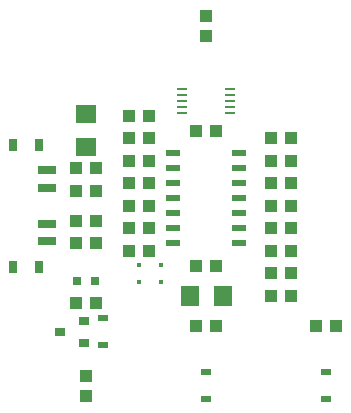
<source format=gtp>
G75*
%MOIN*%
%OFA0B0*%
%FSLAX25Y25*%
%IPPOS*%
%LPD*%
%AMOC8*
5,1,8,0,0,1.08239X$1,22.5*
%
%ADD10R,0.04331X0.03937*%
%ADD11R,0.01575X0.01575*%
%ADD12R,0.06299X0.07087*%
%ADD13R,0.07087X0.06299*%
%ADD14R,0.03150X0.03150*%
%ADD15R,0.03268X0.02480*%
%ADD16R,0.03150X0.03937*%
%ADD17R,0.05906X0.02756*%
%ADD18R,0.03445X0.00984*%
%ADD19R,0.03543X0.03150*%
%ADD20R,0.03937X0.04331*%
%ADD21R,0.04724X0.02362*%
D10*
X0149987Y0291400D03*
X0156680Y0291400D03*
X0156680Y0311400D03*
X0149987Y0311400D03*
X0134180Y0316400D03*
X0134180Y0323900D03*
X0127487Y0323900D03*
X0127487Y0316400D03*
X0116680Y0318900D03*
X0109987Y0318900D03*
X0109987Y0326400D03*
X0116680Y0326400D03*
X0116680Y0336400D03*
X0109987Y0336400D03*
X0109987Y0343900D03*
X0116680Y0343900D03*
X0127487Y0346400D03*
X0127487Y0338900D03*
X0134180Y0338900D03*
X0134180Y0346400D03*
X0134180Y0353900D03*
X0127487Y0353900D03*
X0127487Y0361400D03*
X0134180Y0361400D03*
X0149987Y0356400D03*
X0156680Y0356400D03*
X0174987Y0353900D03*
X0181680Y0353900D03*
X0181680Y0346400D03*
X0174987Y0346400D03*
X0174987Y0338900D03*
X0181680Y0338900D03*
X0181680Y0331400D03*
X0174987Y0331400D03*
X0174987Y0323900D03*
X0181680Y0323900D03*
X0181680Y0316400D03*
X0174987Y0316400D03*
X0174987Y0308900D03*
X0181680Y0308900D03*
X0181680Y0301400D03*
X0174987Y0301400D03*
X0189987Y0291400D03*
X0196680Y0291400D03*
X0134180Y0331400D03*
X0127487Y0331400D03*
X0116680Y0298900D03*
X0109987Y0298900D03*
D11*
X0130833Y0306144D03*
X0130833Y0311656D03*
X0138333Y0311656D03*
X0138333Y0306144D03*
D12*
X0147822Y0301400D03*
X0158845Y0301400D03*
D13*
X0113333Y0350888D03*
X0113333Y0361912D03*
D14*
X0110381Y0306400D03*
X0116286Y0306400D03*
D15*
X0118833Y0293928D03*
X0118833Y0284872D03*
X0153333Y0275928D03*
X0153333Y0266872D03*
X0193333Y0266872D03*
X0193333Y0275928D03*
D16*
X0097664Y0311124D03*
X0089003Y0311124D03*
X0089003Y0351676D03*
X0097664Y0351676D03*
D17*
X0100223Y0343211D03*
X0100223Y0337306D03*
X0100223Y0325494D03*
X0100223Y0319589D03*
D18*
X0145213Y0362463D03*
X0145213Y0364431D03*
X0145213Y0366400D03*
X0145213Y0368369D03*
X0145213Y0370337D03*
X0161453Y0370337D03*
X0161453Y0368369D03*
X0161453Y0366400D03*
X0161453Y0364431D03*
X0161453Y0362463D03*
D19*
X0112770Y0293140D03*
X0112770Y0285660D03*
X0104503Y0289400D03*
D20*
X0113333Y0268054D03*
X0113333Y0274746D03*
X0153333Y0388054D03*
X0153333Y0394746D03*
D21*
X0142310Y0348900D03*
X0142310Y0343900D03*
X0142310Y0338900D03*
X0142310Y0333900D03*
X0142310Y0328900D03*
X0142310Y0323900D03*
X0142310Y0318900D03*
X0164357Y0318900D03*
X0164357Y0323900D03*
X0164357Y0328900D03*
X0164357Y0333900D03*
X0164357Y0338900D03*
X0164357Y0343900D03*
X0164357Y0348900D03*
M02*

</source>
